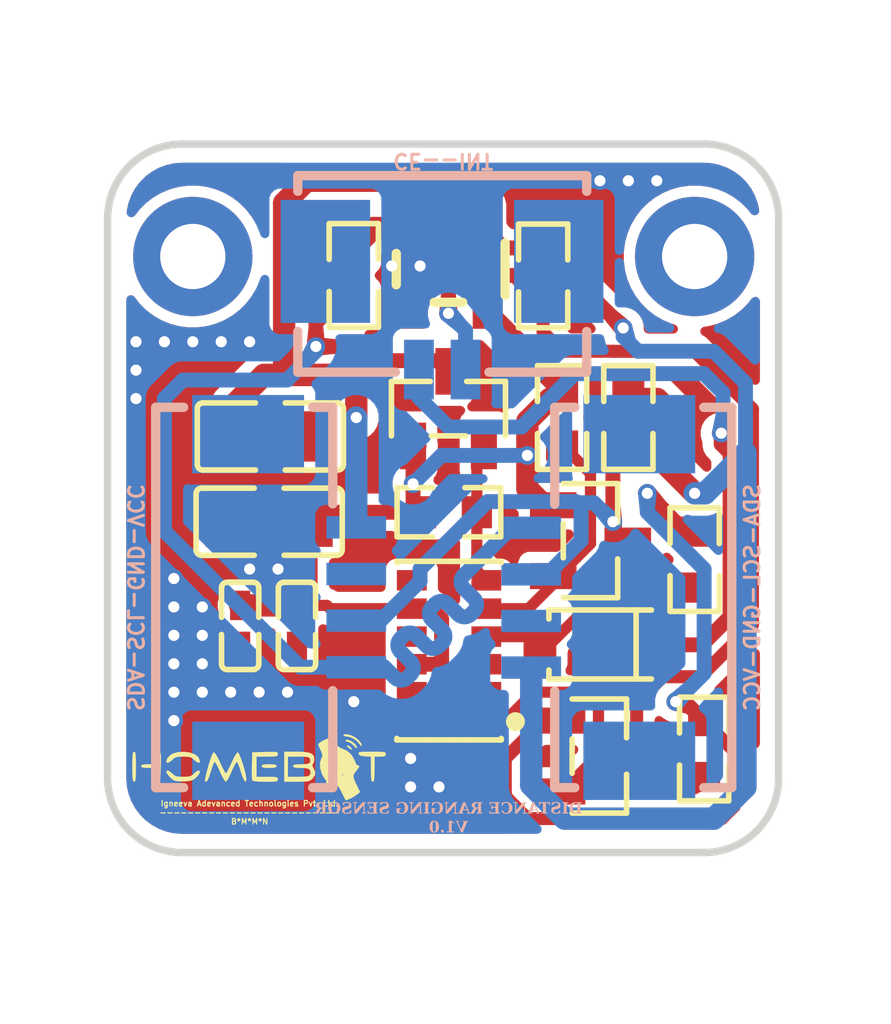
<source format=kicad_pcb>
(kicad_pcb (version 20241229) (generator "pcbnew") (generator_version "9.0")
  (layers (0 "F.Cu" signal) (2 "B.Cu" signal) (13 "F.Paste" user) (15 "B.Paste" user) (5 "F.SilkS" user "F.Silkscreen") (7 "B.SilkS" user "B.Silkscreen") (1 "F.Mask" user) (3 "B.Mask" user) (25 "Edge.Cuts" user))
  (net 0 "")
  (net 1 "GND")
  (net 2 "VCC")
  (net 3 "2.8V")
  (net 4 "CE")
  (net 5 "SCL")
  (net 6 "SDA")
  (net 7 "INT")
  (net 10 "SDA_2.8V")
  (net 11 "SCL_2.8V")
  (net 14 "INT_2.8V")
  (net 16 "Net-(U1-A)")
  (footprint "4k7_RC0603FR-074K7L:R0603" (layer "F.Cu") (at 204.482 74.422 180)
    (property "Reference" "R5")
    (property "Value" "RC0603FR-074K7L")
    (pad "1" smd rect (at -0.75 0 180) (size 0.81 0.86) (layers "F.Cu" "F.Mask" "F.Paste") (net 10 "SDA_2.8V"))
    (pad "2" smd rect (at 0.75 0 180) (size 0.81 0.86) (layers "F.Cu" "F.Mask" "F.Paste") (net 3 "2.8V"))
  )
  (footprint "VL6180_DRSensor_PCB:HOMEBOT" (layer "F.Cu") (at 199.39 81.28)
    (property "Reference" "G***" (hide yes))
    (property "Value" "LOGO" (hide yes))
  )
  (footprint "2N7002:SOT-23-3_L2.9-W1.3-P1.90-LS2.4-BR" (layer "F.Cu") (at 208.518 80.96 180)
    (property "Reference" "Q4")
    (property "Value" "2N7002_C916396")
    (pad "1" smd rect (at 1 0.95 180) (size 1.25 0.7) (layers "F.Cu" "F.Mask" "F.Paste") (net 3 "2.8V"))
    (pad "2" smd rect (at 1 -0.95 180) (size 1.25 0.7) (layers "F.Cu" "F.Mask" "F.Paste") (net 14 "INT_2.8V"))
    (pad "3" smd rect (at -1 0 180) (size 1.25 0.7) (layers "F.Cu" "F.Mask" "F.Paste") (net 7 "INT"))
  )
  (footprint "4k7_RC0603FR-074K7L:R0603" (layer "F.Cu") (at 211.328 80.772 -90)
    (property "Reference" "R7")
    (property "Value" "RC0603FR-074K7L")
    (pad "1" smd rect (at -0.75 0 270) (size 0.81 0.86) (layers "F.Cu" "F.Mask" "F.Paste") (net 3 "2.8V"))
    (pad "2" smd rect (at 0.75 0 270) (size 0.81 0.86) (layers "F.Cu" "F.Mask" "F.Paste") (net 14 "INT_2.8V"))
  )
  (footprint "100nf_CL05B104KO5NNNC:C0402" (layer "F.Cu") (at 198.882 77.47 -90)
    (property "Reference" "C4")
    (property "Value" "CL05B104KO5NNNC")
    (pad "1" smd rect (at -0.55 0 270) (size 0.79 0.54) (layers "F.Cu" "F.Mask" "F.Paste") (net 3 "2.8V"))
    (pad "2" smd rect (at 0.55 0 270) (size 0.79 0.54) (layers "F.Cu" "F.Mask" "F.Paste"))
  )
  (footprint "VL6180:LGA-12_L4.8-W2.8-P0.75-BL" (layer "F.Cu") (at 204.486 78.128 90)
    (property "Reference" "U2")
    (property "Value" "VL6180V1NR/1")
    (pad "1" smd rect (at -1.88 1 90) (size 0.55 0.8) (layers "F.Cu" "F.Mask" "F.Paste") (net 14 "INT_2.8V"))
    (pad "2" smd rect (at -1.12 1 90) (size 0.55 0.8) (layers "F.Cu" "F.Mask" "F.Paste"))
    (pad "3" smd rect (at -0.37 1 90) (size 0.55 0.8) (layers "F.Cu" "F.Mask" "F.Paste"))
    (pad "4" smd rect (at 0.37 1 90) (size 0.55 0.8) (layers "F.Cu" "F.Mask" "F.Paste") (net 16 "Net-(U1-A)"))
    (pad "5" smd rect (at 1.12 1 90) (size 0.55 0.8) (layers "F.Cu" "F.Mask" "F.Paste") (net 11 "SCL_2.8V"))
    (pad "6" smd rect (at 1.88 1 90) (size 0.55 0.8) (layers "F.Cu" "F.Mask" "F.Paste") (net 10 "SDA_2.8V"))
    (pad "7" smd rect (at 1.88 -1 90) (size 0.55 0.8) (layers "F.Cu" "F.Mask" "F.Paste"))
    (pad "8" smd rect (at 1.12 -1 90) (size 0.55 0.8) (layers "F.Cu" "F.Mask" "F.Paste") (net 3 "2.8V"))
    (pad "9" smd rect (at 0.37 -1 90) (size 0.55 0.8) (layers "F.Cu" "F.Mask" "F.Paste"))
    (pad "10" smd rect (at -0.37 -1 90) (size 0.55 0.8) (layers "F.Cu" "F.Mask" "F.Paste") (net 3 "2.8V"))
    (pad "11" smd rect (at -1.12 -1 90) (size 0.55 0.8) (layers "F.Cu" "F.Mask" "F.Paste"))
    (pad "12" smd rect (at -1.88 -1 90) (size 0.55 0.8) (layers "F.Cu" "F.Mask" "F.Paste"))
  )
  (footprint "4k7_RC0603FR-074K7L:R0603" (layer "F.Cu") (at 207.01 68.084 -90)
    (property "Reference" "R3")
    (property "Value" "RC0603FR-074K7L")
    (pad "1" smd rect (at -0.75 0 270) (size 0.81 0.86) (layers "F.Cu" "F.Mask" "F.Paste") (net 2 "VCC"))
    (pad "2" smd rect (at 0.75 0 270) (size 0.81 0.86) (layers "F.Cu" "F.Mask" "F.Paste") (net 7 "INT"))
  )
  (footprint "2N7002:SOT-23-3_L2.9-W1.3-P1.90-LS2.4-BR" (layer "F.Cu") (at 204.47 71.644 -90)
    (property "Reference" "Q2")
    (property "Value" "2N7002_C916396")
    (pad "1" smd rect (at 1 0.95 270) (size 1.25 0.7) (layers "F.Cu" "F.Mask" "F.Paste") (net 3 "2.8V"))
    (pad "2" smd rect (at 1 -0.95 270) (size 1.25 0.7) (layers "F.Cu" "F.Mask" "F.Paste") (net 10 "SDA_2.8V"))
    (pad "3" smd rect (at -1 0 270) (size 1.25 0.7) (layers "F.Cu" "F.Mask" "F.Paste") (net 6 "SDA"))
  )
  (footprint "4k7_RC0603FR-074K7L:R0603" (layer "F.Cu") (at 207.518 71.882 90)
    (property "Reference" "R6")
    (property "Value" "RC0603FR-074K7L")
    (pad "1" smd rect (at -0.75 0 90) (size 0.81 0.86) (layers "F.Cu" "F.Mask" "F.Paste") (net 11 "SCL_2.8V"))
    (pad "2" smd rect (at 0.75 0 90) (size 0.81 0.86) (layers "F.Cu" "F.Mask" "F.Paste") (net 3 "2.8V"))
  )
  (footprint "4k7_RC0603FR-074K7L:R0603" (layer "F.Cu") (at 211.074 75.692 -90)
    (property "Reference" "R1")
    (property "Value" "RC0603FR-074K7L")
    (pad "1" smd rect (at -0.75 0 270) (size 0.81 0.86) (layers "F.Cu" "F.Mask" "F.Paste") (net 3 "2.8V"))
    (pad "2" smd rect (at 0.75 0 270) (size 0.81 0.86) (layers "F.Cu" "F.Mask" "F.Paste") (net 16 "Net-(U1-A)"))
  )
  (footprint "2N7002:SOT-23-3_L2.9-W1.3-P1.90-LS2.4-BR" (layer "F.Cu") (at 208.28 75.184 180)
    (property "Reference" "Q3")
    (property "Value" "2N7002_C916396")
    (pad "1" smd rect (at 1 0.95 180) (size 1.25 0.7) (layers "F.Cu" "F.Mask" "F.Paste") (net 3 "2.8V"))
    (pad "2" smd rect (at 1 -0.95 180) (size 1.25 0.7) (layers "F.Cu" "F.Mask" "F.Paste") (net 11 "SCL_2.8V"))
    (pad "3" smd rect (at -1 0 180) (size 1.25 0.7) (layers "F.Cu" "F.Mask" "F.Paste") (net 5 "SCL"))
  )
  (footprint "4k7_RC0603FR-074K7L:R0603" (layer "F.Cu") (at 209.296 71.882 -90)
    (property "Reference" "R2")
    (property "Value" "RC0603FR-074K7L")
    (pad "1" smd rect (at -0.75 0 270) (size 0.81 0.86) (layers "F.Cu" "F.Mask" "F.Paste") (net 2 "VCC"))
    (pad "2" smd rect (at 0.75 0 270) (size 0.81 0.86) (layers "F.Cu" "F.Mask" "F.Paste") (net 5 "SCL"))
  )
  (footprint "4k7_RC0603FR-074K7L:R0603" (layer "F.Cu") (at 201.93 68.072 -90)
    (property "Reference" "R4")
    (property "Value" "RC0603FR-074K7L")
    (pad "1" smd rect (at -0.75 0 270) (size 0.81 0.86) (layers "F.Cu" "F.Mask" "F.Paste") (net 2 "VCC"))
    (pad "2" smd rect (at 0.75 0 270) (size 0.81 0.86) (layers "F.Cu" "F.Mask" "F.Paste") (net 6 "SDA"))
  )
  (footprint "BL8558-28PRN:SOT-23-5_L2.9-W1.6-P0.95-LS2.8-BL" (layer "F.Cu") (at 204.47 67.902 180)
    (property "Reference" "Q1")
    (property "Value" "BL8558-28PRN")
    (pad "1" smd rect (at -0.95 1.1 180) (size 0.6 1) (layers "F.Cu" "F.Mask" "F.Paste") (net 2 "VCC"))
    (pad "2" smd rect (at 0 1.1 180) (size 0.6 1) (layers "F.Cu" "F.Mask" "F.Paste"))
    (pad "3" smd rect (at 0.95 1.1 180) (size 0.6 1) (layers "F.Cu" "F.Mask" "F.Paste") (net 2 "VCC"))
    (pad "4" smd rect (at 0.95 -1.1 180) (size 0.6 1) (layers "F.Cu" "F.Mask" "F.Paste"))
    (pad "5" smd rect (at -0.95 -1.1 180) (size 0.6 1) (layers "F.Cu" "F.Mask" "F.Paste") (net 3 "2.8V"))
  )
  (footprint "1N5819W:SOD-123_L2.7-W1.6-LS3.7-FD" (layer "F.Cu") (at 208.534 77.973)
    (property "Reference" "U1")
    (property "Value" "1N5819W_C5451628")
    (pad "1" smd rect (at -1.61 0 180) (size 0.88 0.96) (layers "F.Cu" "F.Mask" "F.Paste") (net 16 "Net-(U1-A)"))
    (pad "2" smd rect (at 1.61 0 180) (size 0.88 0.96) (layers "F.Cu" "F.Mask" "F.Paste") (net 4 "CE"))
  )
  (footprint "10uf_CL21A106KAYNNNE:C0805" (layer "F.Cu") (at 199.692 72.39)
    (property "Reference" "C1")
    (property "Value" "CL21A106KAYNNNE")
    (pad "1" smd rect (at -1 0) (size 1.41 1.35) (layers "F.Cu" "F.Mask" "F.Paste") (net 2 "VCC"))
    (pad "2" smd rect (at 1 0) (size 1.41 1.35) (layers "F.Cu" "F.Mask" "F.Paste"))
  )
  (footprint "100nf_CL05B104KO5NNNC:C0402" (layer "F.Cu") (at 200.406 77.47 -90)
    (property "Reference" "C3")
    (property "Value" "CL05B104KO5NNNC")
    (pad "1" smd rect (at -0.55 0 270) (size 0.79 0.54) (layers "F.Cu" "F.Mask" "F.Paste") (net 3 "2.8V"))
    (pad "2" smd rect (at 0.55 0 270) (size 0.79 0.54) (layers "F.Cu" "F.Mask" "F.Paste"))
  )
  (footprint "10uf_CL21A106KAYNNNE:C0805" (layer "F.Cu") (at 199.66 74.676 180)
    (property "Reference" "C2")
    (property "Value" "CL21A106KAYNNNE")
    (pad "1" smd rect (at -1 0 180) (size 1.41 1.35) (layers "F.Cu" "F.Mask" "F.Paste") (net 3 "2.8V"))
    (pad "2" smd rect (at 1 0 180) (size 1.41 1.35) (layers "F.Cu" "F.Mask" "F.Paste"))
  )
  (footprint "JST_A1251WR-S-4P-LCP:CONN-SMD_A1251WR-S-4P" (layer "B.Cu") (at 208.1395 76.708 -90)
    (property "Reference" "CN6" (hide yes))
    (property "Value" "A1251WR-S-4P")
    (pad "1" smd rect (at 1.88 1.45 90) (size 0.6 1.6) (layers "B.Cu" "B.Mask" "B.Paste") (net 2 "VCC"))
    (pad "2" smd rect (at 0.63 1.45 90) (size 0.6 1.6) (layers "B.Cu" "B.Mask" "B.Paste"))
    (pad "3" smd rect (at -0.62 1.45 90) (size 0.6 1.6) (layers "B.Cu" "B.Mask" "B.Paste") (net 5 "SCL"))
    (pad "4" smd rect (at -1.87 1.45 90) (size 0.6 1.6) (layers "B.Cu" "B.Mask" "B.Paste") (net 6 "SDA"))
    (pad "5" smd rect (at -4.38 -1.45 270) (size 2.1 3) (layers "B.Cu" "B.Mask" "B.Paste"))
    (pad "6" smd rect (at 4.38 -1.45 270) (size 2.1 3) (layers "B.Cu" "B.Mask" "B.Paste"))
  )
  (footprint "JST_A1251WR-S-2P:CONN-SMD_A1251WR-S-2P" (layer "B.Cu") (at 204.298357 69.145315)
    (property "Reference" "CN4" (hide yes))
    (property "Value" "A1251WR-S-2P")
    (pad "1" smd rect (at 0.63 1.45) (size 0.8 1.6) (layers "B.Cu" "B.Mask" "B.Paste") (net 7 "INT"))
    (pad "2" smd rect (at -0.62 1.45) (size 0.8 1.6) (layers "B.Cu" "B.Mask" "B.Paste") (net 4 "CE"))
    (pad "3" smd rect (at -3.13 -1.45) (size 2.4 3.3) (layers "B.Cu" "B.Mask" "B.Paste"))
    (pad "4" smd rect (at 3.13 -1.45) (size 2.4 3.3) (layers "B.Cu" "B.Mask" "B.Paste"))
  )
  (footprint "JST_A1251WR-S-4P-LCP:CONN-SMD_A1251WR-S-4P" (layer "B.Cu") (at 200.5465 76.708 90)
    (property "Reference" "CN5" (hide yes))
    (property "Value" "A1251WR-S-4P")
    (pad "1" smd rect (at 1.88 1.45 270) (size 0.6 1.6) (layers "B.Cu" "B.Mask" "B.Paste") (net 2 "VCC"))
    (pad "2" smd rect (at 0.63 1.45 270) (size 0.6 1.6) (layers "B.Cu" "B.Mask" "B.Paste"))
    (pad "3" smd rect (at -0.62 1.45 270) (size 0.6 1.6) (layers "B.Cu" "B.Mask" "B.Paste") (net 5 "SCL"))
    (pad "4" smd rect (at -1.87 1.45 270) (size 0.6 1.6) (layers "B.Cu" "B.Mask" "B.Paste") (net 6 "SDA"))
    (pad "5" smd rect (at -4.38 -1.45 90) (size 2.1 3) (layers "B.Cu" "B.Mask" "B.Paste"))
    (pad "6" smd rect (at 4.38 -1.45 90) (size 2.1 3) (layers "B.Cu" "B.Mask" "B.Paste"))
  )
  (gr_line (start 211.326 64.548002) (end 197.325998 64.548002) (stroke (width 0.2)) (layer "Edge.Cuts"))
  (gr_arc (start 211.326 64.548002) (mid 212.740214 65.133788) (end 213.326 66.548002) (stroke (width 0.2)) (layer "Edge.Cuts"))
  (gr_line (start 213.326 81.548002) (end 213.326 66.548002) (stroke (width 0.2)) (layer "Edge.Cuts"))
  (gr_line (start 195.326 66.548) (end 195.326 81.548004) (stroke (width 0.2)) (layer "Edge.Cuts"))
  (gr_arc (start 195.326 66.548) (mid 195.911786 65.133788) (end 197.325998 64.548002) (stroke (width 0.2)) (layer "Edge.Cuts"))
  (gr_line (start 197.325998 83.548002) (end 211.326 83.548002) (stroke (width 0.2)) (layer "Edge.Cuts"))
  (gr_arc (start 213.326 81.548002) (mid 212.740214 82.962216) (end 211.326 83.548002) (stroke (width 0.2)) (layer "Edge.Cuts"))
  (gr_arc (start 197.325998 83.548002) (mid 195.911786 82.962216) (end 195.326 81.548004) (stroke (width 0.2)) (layer "Edge.Cuts"))
  (gr_text "Igneeva Adevanced Technologies Pvt. Ltd.\n--------------------------\nB*M*M*N" (at 199.136 82.804 0) (layer "F.SilkS") (effects (font (size 0.15 0.15) (thickness 0.03) (bold yes)) (justify bottom)))
  (gr_text "DISTANCE RANGING SENSOR\nV1.0" (at 204.47 83.058 0) (layer "B.SilkS") (effects (font (size 0.3 0.3) (thickness 0.06) (bold yes)) (justify bottom mirror)))
  (gr_text "CE--INT" (at 204.325999 64.77 180) (layer "B.SilkS") (effects (font (size 0.4 0.4) (thickness 0.08) (bold yes)) (justify bottom mirror)))
  (gr_text "SDA-SCL-GND-VCC" (at 212.852 76.708 90) (layer "B.SilkS") (effects (font (size 0.4 0.4) (thickness 0.08) (bold yes)) (justify bottom mirror)))
  (gr_text "SDA-SCL-GND-VCC" (at 195.834 76.708 270) (layer "B.SilkS") (effects (font (size 0.4 0.4) (thickness 0.08) (bold yes)) (justify bottom mirror)))
  (via (at 211.074 67.564) (size 3.2) (drill 1.75) (layers "F.Cu" "B.Cu") (net 0))
  (via (at 197.612 67.564) (size 3.2) (drill 1.75) (layers "F.Cu" "B.Cu") (net 0))
  (via (at 202.946 67.818) (size 0.5) (drill 0.3) (layers "F.Cu" "B.Cu") (net 1))
  (via (at 197.104 79.248) (size 0.5) (drill 0.3) (layers "F.Cu" "B.Cu") (net 1))
  (via (at 203.708 67.818) (size 0.5) (drill 0.3) (layers "F.Cu" "B.Cu") (net 1))
  (via (at 198.628 79.248) (size 0.5) (drill 0.3) (layers "F.Cu" "B.Cu") (net 1))
  (via (at 198.374 69.85) (size 0.5) (drill 0.3) (layers "F.Cu" "B.Cu") (net 1))
  (via (at 204.216 81.788) (size 0.5) (drill 0.3) (layers "F.Cu" "B.Cu") (net 1))
  (via (at 199.136 75.946) (size 0.5) (drill 0.3) (layers "F.Cu" "B.Cu") (net 1))
  (via (at 197.612 69.85) (size 0.5) (drill 0.3) (layers "F.Cu" "B.Cu") (net 1))
  (via (at 203.454 81.026) (size 0.5) (drill 0.3) (layers "F.Cu" "B.Cu") (net 1))
  (via (at 197.104 78.486) (size 0.5) (drill 0.3) (layers "F.Cu" "B.Cu") (net 1))
  (via (at 199.39 79.248) (size 0.5) (drill 0.3) (layers "F.Cu" "B.Cu") (net 1))
  (via (at 199.136 69.85) (size 0.5) (drill 0.3) (layers "F.Cu" "B.Cu") (net 1))
  (via (at 208.534 65.532) (size 0.5) (drill 0.3) (layers "F.Cu" "B.Cu") (net 1))
  (via (at 197.866 79.248) (size 0.5) (drill 0.3) (layers "F.Cu" "B.Cu") (net 1))
  (via (at 200.152 79.248) (size 0.5) (drill 0.3) (layers "F.Cu" "B.Cu") (net 1))
  (via (at 196.088 70.612) (size 0.5) (drill 0.3) (layers "F.Cu" "B.Cu") (net 1))
  (via (at 197.104 76.962) (size 0.5) (drill 0.3) (layers "F.Cu" "B.Cu") (net 1))
  (via (at 196.088 69.85) (size 0.5) (drill 0.3) (layers "F.Cu" "B.Cu") (net 1))
  (via (at 197.866 78.486) (size 0.5) (drill 0.3) (layers "F.Cu" "B.Cu") (net 1))
  (via (at 210.058 65.532) (size 0.5) (drill 0.3) (layers "F.Cu" "B.Cu") (net 1))
  (via (at 196.088 71.374) (size 0.5) (drill 0.3) (layers "F.Cu" "B.Cu") (net 1))
  (via (at 196.85 69.85) (size 0.5) (drill 0.3) (layers "F.Cu" "B.Cu") (net 1))
  (via (at 197.866 76.962) (size 0.5) (drill 0.3) (layers "F.Cu" "B.Cu") (net 1))
  (via (at 197.866 77.724) (size 0.5) (drill 0.3) (layers "F.Cu" "B.Cu") (net 1))
  (via (at 197.104 76.2) (size 0.5) (drill 0.3) (layers "F.Cu" "B.Cu") (net 1))
  (via (at 197.104 77.724) (size 0.5) (drill 0.3) (layers "F.Cu" "B.Cu") (net 1))
  (via (at 203.454 81.788) (size 0.5) (drill 0.3) (layers "F.Cu" "B.Cu") (net 1))
  (via (at 199.898 75.946) (size 0.5) (drill 0.3) (layers "F.Cu" "B.Cu") (net 1))
  (via (at 201.93 79.502) (size 0.5) (drill 0.3) (layers "F.Cu" "B.Cu") (net 1))
  (via (at 197.104 80.01) (size 0.5) (drill 0.3) (layers "F.Cu" "B.Cu") (net 1))
  (via (at 209.296 65.532) (size 0.5) (drill 0.3) (layers "F.Cu" "B.Cu") (net 1))
  (segment (start 201.9965 71.1865) (end 201.549 70.739) (width 0.6) (layer "F.Cu") (net 2))
  (segment (start 200.062238 70.522238) (end 200.062238 66.129762) (width 0.6) (layer "F.Cu") (net 2))
  (segment (start 202.45 66.802) (end 201.93 67.322) (width 0.6) (layer "F.Cu") (net 2))
  (segment (start 203.962 65.532) (end 204.724 65.532) (width 0.6) (layer "F.Cu") (net 2))
  (segment (start 210.312 71.628) (end 210.07 71.386) (width 0.6) (layer "F.Cu") (net 2))
  (segment (start 203.52 66.106) (end 203.52 66.802) (width 0.6) (layer "F.Cu") (net 2))
  (segment (start 200.66 65.532) (end 202.946 65.532) (width 0.6) (layer "F.Cu") (net 2))
  (segment (start 201.549 70.739) (end 200.279 70.739) (width 0.6) (layer "F.Cu") (net 2))
  (segment (start 211.074 73.914) (end 210.312 73.152) (width 0.6) (layer "F.Cu") (net 2))
  (segment (start 207.01 67.334) (end 205.952 67.334) (width 0.4) (layer "F.Cu") (net 2))
  (segment (start 201.803 70.993) (end 201.549 70.739) (width 0.6) (layer "F.Cu") (net 2))
  (segment (start 200.279 70.739) (end 200.062238 70.522238) (width 0.6) (layer "F.Cu") (net 2))
  (segment (start 203.52 65.974) (end 203.962 65.532) (width 0.6) (layer "F.Cu") (net 2))
  (segment (start 201.9965 71.882) (end 201.9965 71.1865) (width 0.6) (layer "F.Cu") (net 2))
  (segment (start 204.724 65.532) (end 205.42 66.228) (width 0.6) (layer "F.Cu") (net 2))
  (segment (start 199.517 70.739) (end 198.692 71.564) (width 0.6) (layer "F.Cu") (net 2))
  (segment (start 202.946 65.532) (end 203.52 66.106) (width 0.6) (layer "F.Cu") (net 2))
  (segment (start 203.52 66.802) (end 202.45 66.802) (width 0.6) (layer "F.Cu") (net 2))
  (segment (start 209.55 71.386) (end 209.296 71.132) (width 0.6) (layer "F.Cu") (net 2))
  (segment (start 200.062238 66.129762) (end 200.66 65.532) (width 0.6) (layer "F.Cu") (net 2))
  (segment (start 205.42 66.228) (end 205.42 66.802) (width 0.6) (layer "F.Cu") (net 2))
  (segment (start 201.549 70.739) (end 199.517 70.739) (width 0.6) (layer "F.Cu") (net 2))
  (segment (start 210.312 73.152) (end 210.312 71.628) (width 0.6) (layer "F.Cu") (net 2))
  (segment (start 205.952 67.334) (end 205.42 66.802) (width 0.4) (layer "F.Cu") (net 2))
  (segment (start 209.157 69.481) (end 207.01 67.334) (width 0.4) (layer "F.Cu") (net 2))
  (segment (start 198.692 71.564) (end 198.692 72.39) (width 0.6) (layer "F.Cu") (net 2))
  (segment (start 203.52 66.106) (end 203.52 65.974) (width 0.6) (layer "F.Cu") (net 2))
  (segment (start 210.07 71.386) (end 209.55 71.386) (width 0.6) (layer "F.Cu") (net 2))
  (via (at 201.9965 71.882) (size 0.5) (drill 0.3) (layers "F.Cu" "B.Cu") (net 2))
  (via (at 209.157 69.481) (size 0.5) (drill 0.3) (layers "F.Cu" "B.Cu") (net 2))
  (via (at 211.074 73.914) (size 0.5) (drill 0.3) (layers "F.Cu" "B.Cu") (net 2))
  (segment (start 206.6895 81.74) (end 206.6895 78.588) (width 0.6) (layer "B.Cu") (net 2))
  (segment (start 212.438 72.8315) (end 212.437 72.8325) (width 0.4) (layer "B.Cu") (net 2))
  (segment (start 212.437 72.8325) (end 212.437 81.7925) (width 0.6) (layer "B.Cu") (net 2))
  (segment (start 212.438 70.96) (end 212.438 72.8315) (width 0.4) (layer "B.Cu") (net 2))
  (segment (start 209.55 70.104) (end 211.582 70.104) (width 0.4) (layer "B.Cu") (net 2))
  (segment (start 209.157 69.711) (end 209.55 70.104) (width 0.4) (layer "B.Cu") (net 2))
  (segment (start 211.3555 73.914) (end 212.437 72.8325) (width 0.6) (layer "B.Cu") (net 2))
  (segment (start 209.157 69.481) (end 209.157 69.711) (width 0.4) (layer "B.Cu") (net 2))
  (segment (start 211.074 73.914) (end 211.3555 73.914) (width 0.6) (layer "B.Cu") (net 2))
  (segment (start 207.5885 82.639) (end 206.6895 81.74) (width 0.6) (layer "B.Cu") (net 2))
  (segment (start 211.582 70.104) (end 212.438 70.96) (width 0.4) (layer "B.Cu") (net 2))
  (segment (start 201.9965 71.882) (end 201.9965 74.828) (width 0.6) (layer "B.Cu") (net 2))
  (segment (start 212.437 81.7925) (end 211.5905 82.639) (width 0.6) (layer "B.Cu") (net 2))
  (segment (start 211.5905 82.639) (end 207.5885 82.639) (width 0.6) (layer "B.Cu") (net 2))
  (segment (start 210.312 74.422) (end 210.312 74.434) (width 0.4) (layer "F.Cu") (net 3))
  (segment (start 198.882 76.92) (end 200.406 76.92) (width 0.6) (layer "F.Cu") (net 3))
  (segment (start 205.42 69.002) (end 207.518 71.1) (width 0.6) (layer "F.Cu") (net 3))
  (segment (start 206.587 71.98) (end 206.587 72.898) (width 0.6) (layer "F.Cu") (net 3))
  (segment (start 210.312 74.434) (end 210.82 74.942) (width 0.4) (layer "F.Cu") (net 3))
  (segment (start 200.914 74.422) (end 200.66 74.676) (width 0.4) (layer "F.Cu") (net 3))
  (segment (start 207.518 71.132) (end 207.264 71.386) (width 0.6) (layer "F.Cu") (net 3))
  (segment (start 206.587 73.792) (end 207.029 74.234) (width 0.6) (layer "F.Cu") (net 3))
  (segment (start 200.66 74.676) (end 200.66 76.666) (width 0.6) (layer "F.Cu") (net 3))
  (segment (start 204.286 78.498) (end 204.286 77.286) (width 0.4) (layer "F.Cu") (net 3))
  (segment (start 207.518 71.1) (end 207.518 71.132) (width 0.6) (layer "F.Cu") (net 3))
  (segment (start 205.994 82.042) (end 205.994 81.026) (width 0.35) (layer "F.Cu") (net 3))
  (segment (start 207.01 80.01) (end 207.518 80.01) (width 0.35) (layer "F.Cu") (net 3))
  (segment (start 207.181 71.386) (end 206.587 71.98) (width 0.6) (layer "F.Cu") (net 3))
  (segment (start 212.134 82.303) (end 211.801 82.636) (width 0.35) (layer "F.Cu") (net 3))
  (segment (start 203.52 73.66) (end 203.52 74.21) (width 0.4) (layer "F.Cu") (net 3))
  (segment (start 210.566 79.502) (end 210.808 79.502) (width 0.4) (layer "F.Cu") (net 3))
  (segment (start 206.588 82.636) (end 205.994 82.042) (width 0.35) (layer "F.Cu") (net 3))
  (segment (start 203.486 78.498) (end 204.286 78.498) (width 0.4) (layer "F.Cu") (net 3))
  (segment (start 201.296 77.008) (end 201.208 76.92) (width 0.3) (layer "F.Cu") (net 3))
  (segment (start 210.82 74.942) (end 211.074 74.942) (width 0.4) (layer "F.Cu") (net 3))
  (segment (start 209.804 73.914) (end 210.312 74.422) (width 0.4) (layer "F.Cu") (net 3))
  (segment (start 204.286 80.334) (end 205.994 82.042) (width 0.4) (layer "F.Cu") (net 3))
  (segment (start 204.286 78.498) (end 204.286 80.334) (width 0.4) (layer "F.Cu") (net 3))
  (segment (start 206.587 72.898) (end 206.587 73.792) (width 0.6) (layer "F.Cu") (net 3))
  (segment (start 205.994 81.026) (end 207.01 80.01) (width 0.35) (layer "F.Cu") (net 3))
  (segment (start 204.286 77.286) (end 204.008 77.008) (width 0.4) (layer "F.Cu") (net 3))
  (segment (start 203.732 74.422) (end 200.914 74.422) (width 0.4) (layer "F.Cu") (net 3))
  (segment (start 203.52 72.644) (end 203.52 73.66) (width 0.4) (layer "F.Cu") (net 3))
  (segment (start 200.66 76.666) (end 200.406 76.92) (width 0.6) (layer "F.Cu") (net 3))
  (segment (start 203.52 74.21) (end 203.732 74.422) (width 0.4) (layer "F.Cu") (net 3))
  (segment (start 207.264 71.386) (end 207.181 71.386) (width 0.6) (layer "F.Cu") (net 3))
  (segment (start 203.486 77.008) (end 201.296 77.008) (width 0.3) (layer "F.Cu") (net 3))
  (segment (start 210.808 79.502) (end 211.328 80.022) (width 0.4) (layer "F.Cu") (net 3))
  (segment (start 211.801 82.636) (end 206.588 82.636) (width 0.35) (layer "F.Cu") (net 3))
  (segment (start 212.134 80.828) (end 212.134 82.303) (width 0.35) (layer "F.Cu") (net 3))
  (segment (start 211.328 80.022) (end 212.134 80.828) (width 0.35) (layer "F.Cu") (net 3))
  (segment (start 203.52 72.644) (end 203.708 72.644) (width 0.35) (layer "F.Cu") (net 3))
  (segment (start 201.208 76.92) (end 200.406 76.92) (width 0.3) (layer "F.Cu") (net 3))
  (segment (start 204.008 77.008) (end 203.486 77.008) (width 0.4) (layer "F.Cu") (net 3))
  (segment (start 207.029 74.234) (end 207.28 74.234) (width 0.6) (layer "F.Cu") (net 3))
  (via (at 203.52 73.66) (size 0.5) (drill 0.3) (layers "F.Cu" "B.Cu") (net 3))
  (via (at 206.587 72.898) (size 0.5) (drill 0.3) (layers "F.Cu" "B.Cu") (net 3))
  (via (at 209.804 73.914) (size 0.5) (drill 0.3) (layers "F.Cu" "B.Cu") (net 3))
  (via (at 210.566 79.502) (size 0.5) (drill 0.3) (layers "F.Cu" "B.Cu") (net 3))
  (segment (start 209.804 74.422) (end 211.328 75.946) (width 0.4) (layer "B.Cu") (net 3))
  (segment (start 211.328 75.946) (end 211.328 78.74) (width 0.4) (layer "B.Cu") (net 3))
  (segment (start 204.282 72.898) (end 206.587 72.898) (width 0.4) (layer "B.Cu") (net 3))
  (segment (start 203.52 73.66) (end 204.282 72.898) (width 0.4) (layer "B.Cu") (net 3))
  (segment (start 209.804 73.914) (end 209.804 74.422) (width 0.4) (layer "B.Cu") (net 3))
  (segment (start 211.328 78.74) (end 210.566 79.502) (width 0.4) (layer "B.Cu") (net 3))
  (segment (start 211.787 72.301654) (end 211.787 72.595) (width 0.4) (layer "F.Cu") (net 4))
  (segment (start 212.024 77.224058) (end 211.270058 77.978) (width 0.4) (layer "F.Cu") (net 4))
  (segment (start 211.270058 77.978) (end 210.398 77.978) (width 0.4) (layer "F.Cu") (net 4))
  (segment (start 211.787 72.595) (end 212.024 72.832) (width 0.4) (layer "F.Cu") (net 4))
  (segment (start 212.024 72.832) (end 212.024 77.224058) (width 0.4) (layer "F.Cu") (net 4))
  (via (at 211.787 72.301654) (size 0.5) (drill 0.3) (layers "F.Cu" "B.Cu") (net 4))
  (segment (start 204.467042 72.136) (end 203.678357 71.347315) (width 0.4) (layer "B.Cu") (net 4))
  (segment (start 211.3185 70.705) (end 207.8605 70.705) (width 0.4) (layer "B.Cu") (net 4))
  (segment (start 211.836 71.2225) (end 211.3185 70.705) (width 0.4) (layer "B.Cu") (net 4))
  (segment (start 207.8605 70.705) (end 206.4295 72.136) (width 0.4) (layer "B.Cu") (net 4))
  (segment (start 206.4295 72.136) (end 204.467042 72.136) (width 0.4) (layer "B.Cu") (net 4))
  (segment (start 211.787 72.142502) (end 211.836 72.093502) (width 0.4) (layer "B.Cu") (net 4))
  (segment (start 203.678357 71.347315) (end 203.678357 70.595315) (width 0.4) (layer "B.Cu") (net 4))
  (segment (start 211.836 72.093502) (end 211.836 71.2225) (width 0.4) (layer "B.Cu") (net 4))
  (segment (start 211.787 72.301654) (end 211.787 72.142502) (width 0.4) (layer "B.Cu") (net 4))
  (segment (start 208.88 74.676) (end 208.88 75.038) (width 0.4) (layer "F.Cu") (net 5))
  (segment (start 209.296 72.632) (end 209.296 72.886) (width 0.4) (layer "F.Cu") (net 5))
  (segment (start 208.88 73.302) (end 208.88 74.676) (width 0.4) (layer "F.Cu") (net 5))
  (segment (start 209.296 72.886) (end 208.88 73.302) (width 0.4) (layer "F.Cu") (net 5))
  (segment (start 209.026 75.184) (end 209.28 75.184) (width 0.4) (layer "F.Cu") (net 5))
  (segment (start 208.88 75.038) (end 209.026 75.184) (width 0.4) (layer "F.Cu") (net 5))
  (via (at 208.88 74.676) (size 0.5) (drill 0.3) (layers "F.Cu" "B.Cu") (net 5))
  (segment (start 207.122 76.088) (end 206.6895 76.088) (width 0.4) (layer "B.Cu") (net 5))
  (segment (start 208.372 74.168) (end 207.9215 74.168) (width 0.4) (layer "B.Cu") (net 5))
  (segment (start 207.969475 74.215975) (end 208.026 74.2725) (width 0.4) (layer "B.Cu") (net 5))
  (segment (start 203.694738 76.28176) (end 203.708 76.2685) (width 0.4) (layer "B.Cu") (net 5))
  (segment (start 207.9215 74.168) (end 207.8905 74.137) (width 0.4) (layer "B.Cu") (net 5))
  (segment (start 202.7755 77.201) (end 203.694738 76.28176) (width 0.4) (layer "B.Cu") (net 5))
  (segment (start 207.8905 74.137) (end 207.969475 74.215975) (width 0.4) (layer "B.Cu") (net 5))
  (segment (start 208.88 74.676) (end 208.372 74.168) (width 0.4) (layer "B.Cu") (net 5))
  (segment (start 208.026 75.184) (end 207.122 76.088) (width 0.4) (layer "B.Cu") (net 5))
  (segment (start 203.708 75.946) (end 205.517 74.137) (width 0.4) (layer "B.Cu") (net 5))
  (segment (start 203.708 76.2685) (end 203.708 75.946) (width 0.4) (layer "B.Cu") (net 5))
  (segment (start 208.026 74.301439) (end 208.026 75.184) (width 0.4) (layer "B.Cu") (net 5))
  (segment (start 201.9965 77.328) (end 202.6485 77.328) (width 0.4) (layer "B.Cu") (net 5))
  (segment (start 208.026 74.2725) (end 208.026 74.301439) (width 0.4) (layer "B.Cu") (net 5))
  (segment (start 205.517 74.137) (end 207.8905 74.137) (width 0.4) (layer "B.Cu") (net 5))
  (segment (start 202.6485 77.328) (end 202.7755 77.201) (width 0.4) (layer "B.Cu") (net 5))
  (segment (start 202.159364 70.358) (end 204.184 70.358) (width 0.4) (layer "F.Cu") (net 6))
  (segment (start 204.184 70.358) (end 204.47 70.644) (width 0.4) (layer "F.Cu") (net 6))
  (segment (start 201.434 68.822) (end 201.93 68.822) (width 0.4) (layer "F.Cu") (net 6))
  (segment (start 200.914 69.342) (end 201.434 68.822) (width 0.4) (layer "F.Cu") (net 6))
  (segment (start 200.914 69.977) (end 201.778364 69.977) (width 0.4) (layer "F.Cu") (net 6))
  (segment (start 201.778364 69.977) (end 202.159364 70.358) (width 0.4) (layer "F.Cu") (net 6))
  (segment (start 200.914 69.977) (end 200.914 69.342) (width 0.4) (layer "F.Cu") (net 6))
  (via (at 200.914 69.977) (size 0.5) (drill 0.3) (layers "F.Cu" "B.Cu") (net 6))
  (segment (start 203.372278 78.855456) (end 203.45713 78.770603) (width 0.4) (layer "B.Cu") (net 6))
  (segment (start 206.156 74.838) (end 206.6895 74.838) (width 0.4) (layer "B.Cu") (net 6))
  (segment (start 204.220776 78.006895) (end 204.305628 77.922042) (width 0.4) (layer "B.Cu") (net 6))
  (segment (start 205.154157 76.734101) (end 204.876732 76.456676) (width 0.4) (layer "B.Cu") (net 6))
  (segment (start 200.914 69.977) (end 200.914 70.104) (width 0.4) (layer "B.Cu") (net 6))
  (segment (start 203.179673 77.814323) (end 203.264528 77.729471) (width 0.4) (layer "B.Cu") (net 6))
  (segment (start 202.755411 78.578) (end 203.032867 78.855456) (width 0.4) (layer "B.Cu") (net 6))
  (segment (start 203.264528 77.729471) (end 203.264529 77.729471) (width 0.4) (layer "B.Cu") (net 6))
  (segment (start 200.141 70.877) (end 197.347 70.877) (width 0.4) (layer "B.Cu") (net 6))
  (segment (start 203.45713 78.431191) (end 203.179673 78.153734) (width 0.4) (layer "B.Cu") (net 6))
  (segment (start 204.305628 77.58263) (end 204.028203 77.305205) (width 0.4) (layer "B.Cu") (net 6))
  (segment (start 200.498 78.578) (end 201.9965 78.578) (width 0.4) (layer "B.Cu") (net 6))
  (segment (start 196.85 74.93) (end 200.498 78.578) (width 0.4) (layer "B.Cu") (net 6))
  (segment (start 204.452469 76.880942) (end 204.729893 77.158366) (width 0.4) (layer "B.Cu") (net 6))
  (segment (start 205.069305 77.158366) (end 205.154157 77.073513) (width 0.4) (layer "B.Cu") (net 6))
  (segment (start 201.9965 78.578) (end 202.416 78.578) (width 0.4) (layer "B.Cu") (net 6))
  (segment (start 204.961586 76.032413) (end 205.267 75.727) (width 0.4) (layer "B.Cu") (net 6))
  (segment (start 204.876732 76.117264) (end 204.961586 76.032413) (width 0.4) (layer "B.Cu") (net 6))
  (segment (start 196.85 71.374) (end 196.85 74.93) (width 0.4) (layer "B.Cu") (net 6))
  (segment (start 204.113057 76.880942) (end 204.113058 76.880942) (width 0.4) (layer "B.Cu") (net 6))
  (segment (start 203.60394 77.729471) (end 203.881364 78.006895) (width 0.4) (layer "B.Cu") (net 6))
  (segment (start 205.267 75.727) (end 206.156 74.838) (width 0.4) (layer "B.Cu") (net 6))
  (segment (start 200.914 70.104) (end 200.141 70.877) (width 0.4) (layer "B.Cu") (net 6))
  (segment (start 197.347 70.877) (end 196.85 71.374) (width 0.4) (layer "B.Cu") (net 6))
  (segment (start 204.028203 76.965793) (end 204.113057 76.880942) (width 0.4) (layer "B.Cu") (net 6))
  (arc (start 203.179673 78.153734) (mid 203.109378 77.984029) (end 203.179673 77.814323) (width 0.4) (layer "B.Cu") (net 6))
  (arc (start 204.028203 77.305205) (mid 203.957908 77.135499) (end 204.028203 76.965793) (width 0.4) (layer "B.Cu") (net 6))
  (arc (start 204.113058 76.880942) (mid 204.282763 76.810648) (end 204.452469 76.880942) (width 0.4) (layer "B.Cu") (net 6))
  (arc (start 203.032867 78.855456) (mid 203.202573 78.92575) (end 203.372278 78.855456) (width 0.4) (layer "B.Cu") (net 6))
  (arc (start 203.45713 78.770603) (mid 203.527425 78.600897) (end 203.45713 78.431191) (width 0.4) (layer "B.Cu") (net 6))
  (arc (start 203.881364 78.006895) (mid 204.05107 78.07719) (end 204.220776 78.006895) (width 0.4) (layer "B.Cu") (net 6))
  (arc (start 204.876732 76.456676) (mid 204.806437 76.28697) (end 204.876732 76.117264) (width 0.4) (layer "B.Cu") (net 6))
  (arc (start 204.729893 77.158366) (mid 204.899599 77.228661) (end 205.069305 77.158366) (width 0.4) (layer "B.Cu") (net 6))
  (arc (start 205.154157 77.073513) (mid 205.224452 76.903807) (end 205.154157 76.734101) (width 0.4) (layer "B.Cu") (net 6))
  (arc (start 202.416 78.578) (mid 202.585705 78.507706) (end 202.755411 78.578) (width 0.4) (layer "B.Cu") (net 6))
  (arc (start 204.305628 77.922042) (mid 204.375923 77.752336) (end 204.305628 77.58263) (width 0.4) (layer "B.Cu") (net 6))
  (arc (start 203.264529 77.729471) (mid 203.434234 77.659177) (end 203.60394 77.729471) (width 0.4) (layer "B.Cu") (net 6))
  (segment (start 209.534 80.772) (end 209.518 80.756) (width 0.4) (layer "F.Cu") (net 7))
  (segment (start 211.077 70.107) (end 208.897702 70.107) (width 0.35) (layer "F.Cu") (net 7))
  (segment (start 212.625 77.437645) (end 212.625 71.655) (width 0.35) (layer "F.Cu") (net 7))
  (segment (start 207.01 69.600636) (end 207.01 68.834) (width 0.35) (layer "F.Cu") (net 7))
  (segment (start 209.518 80.96) (end 209.518 79.534) (width 0.35) (layer "F.Cu") (net 7))
  (segment (start 209.518 79.534) (end 210.218 78.834) (width 0.35) (layer "F.Cu") (net 7))
  (segment (start 212.625 71.655) (end 211.077 70.107) (width 0.35) (layer "F.Cu") (net 7))
  (segment (start 207.01 68.834) (end 206.248 68.072) (width 0.4) (layer "F.Cu") (net 7))
  (segment (start 211.228645 78.834) (end 212.625 77.437645) (width 0.35) (layer "F.Cu") (net 7))
  (segment (start 208.897702 70.107) (end 208.894702 70.104) (width 0.35) (layer "F.Cu") (net 7))
  (segment (start 204.47 68.326) (end 204.47 69.088) (width 0.4) (layer "F.Cu") (net 7))
  (segment (start 208.894702 70.104) (end 207.513364 70.104) (width 0.35) (layer "F.Cu") (net 7))
  (segment (start 207.513364 70.104) (end 207.01 69.600636) (width 0.35) (layer "F.Cu") (net 7))
  (segment (start 204.724 68.072) (end 204.47 68.326) (width 0.4) (layer "F.Cu") (net 7))
  (segment (start 210.218 78.834) (end 211.228645 78.834) (width 0.35) (layer "F.Cu") (net 7))
  (segment (start 206.248 68.072) (end 204.724 68.072) (width 0.4) (layer "F.Cu") (net 7))
  (via (at 204.47 69.088) (size 0.5) (drill 0.3) (layers "F.Cu" "B.Cu") (net 7))
  (segment (start 204.928357 70.595315) (end 204.928357 69.546357) (width 0.4) (layer "B.Cu") (net 7))
  (segment (start 204.928357 69.546357) (end 204.47 69.088) (width 0.4) (layer "B.Cu") (net 7))
  (segment (start 205.232 72.832) (end 205.42 72.644) (width 0.3) (layer "F.Cu") (net 10))
  (segment (start 205.232 74.422) (end 205.232 72.832) (width 0.3) (layer "F.Cu") (net 10))
  (segment (start 205.232 75.994) (end 205.486 76.248) (width 0.3) (layer "F.Cu") (net 10))
  (segment (start 205.232 74.422) (end 205.232 75.994) (width 0.3) (layer "F.Cu") (net 10))
  (segment (start 207.518 76.027) (end 208.28 75.265) (width 0.3) (layer "F.Cu") (net 11))
  (segment (start 207.387 76.027) (end 207.518 76.027) (width 0.3) (layer "F.Cu") (net 11))
  (segment (start 208.28 73.382) (end 207.784 72.886) (width 0.3) (layer "F.Cu") (net 11))
  (segment (start 207.238 76.388) (end 207.238 76.176) (width 0.3) (layer "F.Cu") (net 11))
  (segment (start 207.772 72.886) (end 207.518 72.632) (width 0.3) (layer "F.Cu") (net 11))
  (segment (start 207.28 76.134) (end 207.387 76.027) (width 0.3) (layer "F.Cu") (net 11))
  (segment (start 208.28 75.265) (end 208.28 73.382) (width 0.3) (layer "F.Cu") (net 11))
  (segment (start 206.618 77.008) (end 207.238 76.388) (width 0.3) (layer "F.Cu") (net 11))
  (segment (start 207.784 72.886) (end 207.772 72.886) (width 0.3) (layer "F.Cu") (net 11))
  (segment (start 207.238 76.176) (end 207.28 76.134) (width 0.3) (layer "F.Cu") (net 11))
  (segment (start 205.486 77.008) (end 206.618 77.008) (width 0.3) (layer "F.Cu") (net 11))
  (segment (start 207.388 81.91) (end 207.518 81.91) (width 0.3) (layer "F.Cu") (net 14))
  (segment (start 207.64 81.788) (end 207.518 81.91) (width 0.4) (layer "F.Cu") (net 14))
  (segment (start 208.494 79.462) (end 208.28 79.248) (width 0.3) (layer "F.Cu") (net 14))
  (segment (start 205.996 80.008) (end 205.486 80.008) (width 0.3) (layer "F.Cu") (net 14))
  (segment (start 208.494 80.934) (end 208.494 79.462) (width 0.3) (layer "F.Cu") (net 14))
  (segment (start 207.518 81.91) (end 208.494 80.934) (width 0.3) (layer "F.Cu") (net 14))
  (segment (start 211.328 81.522) (end 211.062 81.788) (width 0.4) (layer "F.Cu") (net 14))
  (segment (start 211.062 81.788) (end 207.64 81.788) (width 0.4) (layer "F.Cu") (net 14))
  (segment (start 208.28 79.248) (end 206.756 79.248) (width 0.3) (layer "F.Cu") (net 14))
  (segment (start 206.756 79.248) (end 205.996 80.008) (width 0.3) (layer "F.Cu") (net 14))
  (segment (start 207.178 77.978) (end 208.702 76.454) (width 0.3) (layer "F.Cu") (net 16))
  (segment (start 206.958 77.758) (end 207.178 77.978) (width 0.3) (layer "F.Cu") (net 16))
  (segment (start 211.062 76.454) (end 211.074 76.442) (width 0.3) (layer "F.Cu") (net 16))
  (segment (start 208.702 76.454) (end 211.062 76.454) (width 0.3) (layer "F.Cu") (net 16))
  (segment (start 205.486 77.758) (end 206.958 77.758) (width 0.3) (layer "F.Cu") (net 16))
  (zone (net 1) (net_name "GND") (layers "F.Cu" "B.Cu") (connect_pads thru_hole_only (clearance 0.3)) (min_thickness 0.25) (fill yes (thermal_gap 0.5) (thermal_bridge_width 0.5))
    (polygon (pts (xy 194.819053 84.135383) (xy 194.819053 64.323383) (xy 194.819053 64.069383) (xy 213.868 64.002884) (xy 213.868 84.074)))
  )
)
</source>
